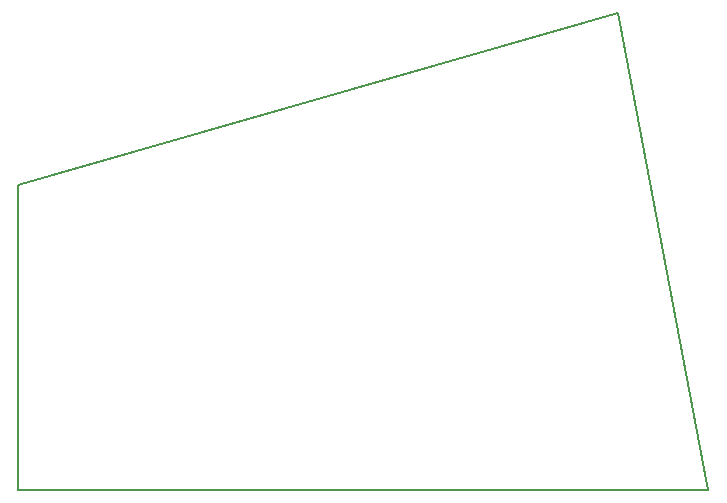
<source format=gm1>
G04 #@! TF.GenerationSoftware,KiCad,Pcbnew,(5.1.4-0-10_14)*
G04 #@! TF.CreationDate,2020-01-14T22:28:18-05:00*
G04 #@! TF.ProjectId,throttle,7468726f-7474-46c6-952e-6b696361645f,rev?*
G04 #@! TF.SameCoordinates,Original*
G04 #@! TF.FileFunction,Profile,NP*
%FSLAX46Y46*%
G04 Gerber Fmt 4.6, Leading zero omitted, Abs format (unit mm)*
G04 Created by KiCad (PCBNEW (5.1.4-0-10_14)) date 2020-01-14 22:28:18*
%MOMM*%
%LPD*%
G04 APERTURE LIST*
%ADD10C,0.199898*%
G04 APERTURE END LIST*
D10*
X126212600Y-55880000D02*
X133832600Y-96215200D01*
X75412600Y-70383400D02*
X126212600Y-55880000D01*
X75412600Y-96215200D02*
X133832600Y-96215200D01*
X75412600Y-96215200D02*
X75412600Y-70383400D01*
M02*

</source>
